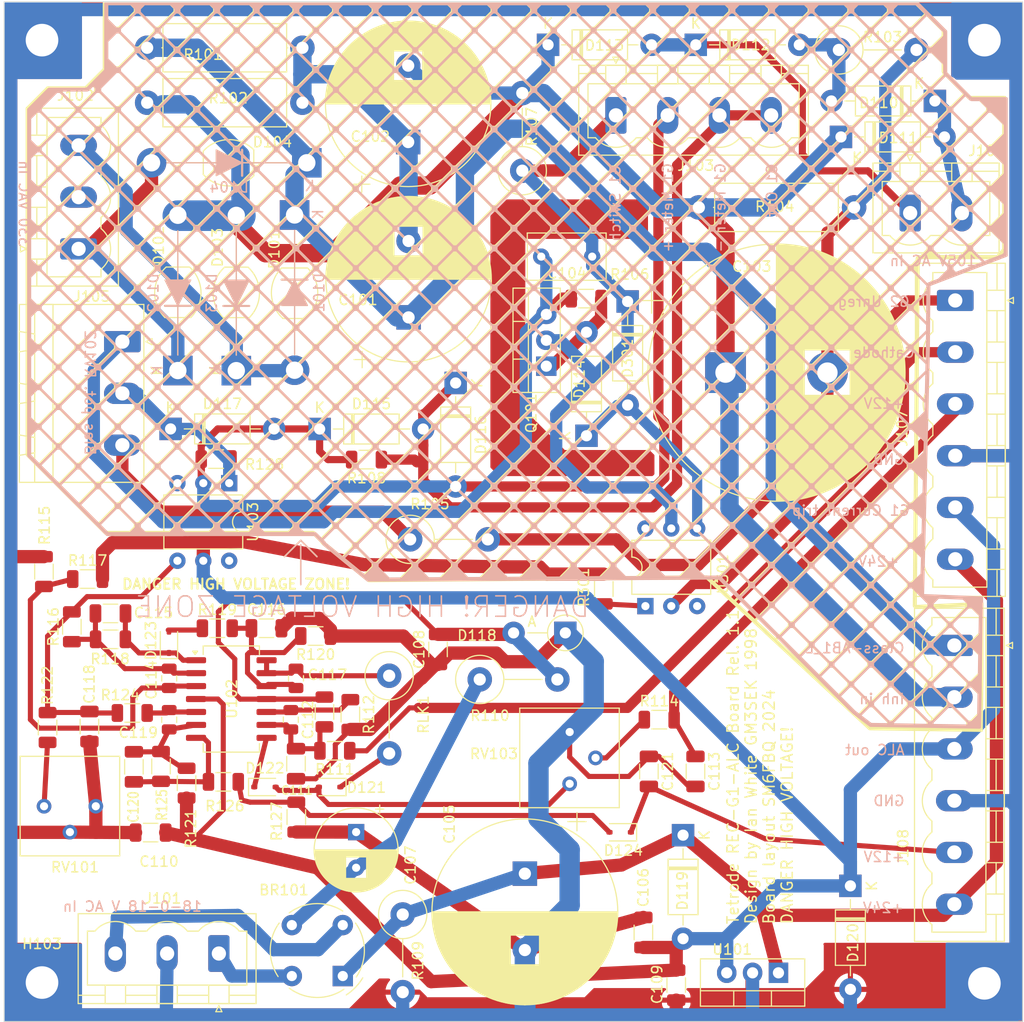
<source format=kicad_pcb>
(kicad_pcb (version 20240108) (generator "pcbnew") (generator_version "8.0")
  (layers (0 "F.Cu" signal) (31 "B.Cu" signal) (34 "B.Paste" user) (35 "F.Paste" user) (36 "B.SilkS" user "B.Silkscreen") (37 "F.SilkS" user "F.Silkscreen") (38 "B.Mask" user) (39 "F.Mask" user) (44 "Edge.Cuts" user))
  (net 0 "")
  (net 1 "+24V")
  (net 2 "/18 VAC -")
  (net 3 "Net-(BR101--)")
  (net 4 "/18 VAC +")
  (net 5 "/G2-Unreg")
  (net 6 "Net-(C101-Pad2)")
  (net 7 "/Cathode")
  (net 8 "Net-(C103-Pad2)")
  (net 9 "/G1 Switch")
  (net 10 "/G1 current trip")
  (net 11 "GNDPWR")
  (net 12 "-12V")
  (net 13 "+12V")
  (net 14 "/RV102 Cold")
  (net 15 "Net-(U102C-+)")
  (net 16 "ALC Out")
  (net 17 "Net-(U102A-+)")
  (net 18 "Net-(U102A--)")
  (net 19 "Net-(D123-K)")
  (net 20 "Net-(U102D-+)")
  (net 21 "Net-(U102D--)")
  (net 22 "Net-(C118-Pad1)")
  (net 23 "Net-(U102B-+)")
  (net 24 "Net-(U102B--)")
  (net 25 "Net-(C120-Pad2)")
  (net 26 "Net-(U102C--)")
  (net 27 "/330VAC -")
  (net 28 "Net-(D114-A)")
  (net 29 "/330VAC +")
  (net 30 "Net-(D110-A)")
  (net 31 "/105 VAC -")
  (net 32 "/105 VAC +")
  (net 33 "/G1 meter +")
  (net 34 "/G1 meter -")
  (net 35 "Net-(D124-A)")
  (net 36 "Net-(D121-K)")
  (net 37 "Net-(D121-A)")
  (net 38 "Net-(D122-K)")
  (net 39 "Net-(D123-A)")
  (net 41 "Net-(D114-K)")
  (net 42 "INH IN")
  (net 43 "Net-(R114-Pad1)")
  (net 44 "Net-(R122-Pad2)")
  (net 47 "/RV102 MID")
  (net 48 "/RV102 HOT")
  (net 49 "Class AB1_L")
  (net 50 "Net-(R301-Pad2)")
  (footprint "Capacitor_SMD:C_0805_2012Metric" (layer "F.Cu") (at 66.234 91.389367 90)
    (property "Reference" "C114")
    (property "Value" "33p")
  )
  (footprint "Resistor_SMD:R_1206_3216Metric" (layer "F.Cu") (at 65.43 100.0355 -90)
    (property "Reference" "R125")
    (property "Value" "470k")
  )
  (footprint "Package_SO:SO-14_5.3x10.2mm_P1.27mm" (layer "F.Cu") (at 72.33 93.421367)
    (property "Reference" "U102")
    (property "Value" "LM324")
  )
  (footprint "Resistor_SMD:R_1206_3216Metric" (layer "F.Cu") (at 70.84 69.87)
    (property "Reference" "R128")
    (property "Value" "1k5")
  )
  (footprint "Capacitor_THT:CP_Radial_D18.0mm_P7.50mm" (layer "F.Cu") (at 101.1428 110.5592 -90)
    (property "Reference" "C105")
    (property "Value" "4m7 35V")
  )
  (footprint "Resistor_SMD:R_1206_3216Metric" (layer "F.Cu") (at 58.226 81.645367)
    (property "Reference" "R117")
    (property "Value" "470k")
  )
  (footprint "Connector_Phoenix_MSTB:PhoenixContact_MSTBVA_2,5_6-G-5,08_1x06_P5.08mm_Vertical" (layer "F.Cu") (at 143.3875 54.3 -90)
    (property "Reference" "J107")
    (property "Value" "Conn_01x05_Pin")
  )
  (footprint "Diode_THT:D_DO-41_SOD81_P10.16mm_Horizontal" (layer "F.Cu") (at 111.23 54.4 -90)
    (property "Reference" "D301")
    (property "Value" "1N5365 36V")
  )
  (footprint "Resistor_THT:R_Axial_DIN0414_L11.9mm_D4.5mm_P7.62mm_Vertical" (layer "F.Cu") (at 87.824 91.135367 -90)
    (property "Reference" "RLK1")
    (property "Value" "0R")
  )
  (footprint "Connector_Phoenix_MSTB:PhoenixContact_MSTBA_2,5_3-G-5,08_1x03_P5.08mm_Horizontal" (layer "F.Cu") (at 61.6387 58.3438 -90)
    (property "Reference" "J105")
    (property "Value" "Conn_01x03_Pin" (hide yes))
  )
  (footprint "Resistor_SMD:R_1206_3216Metric" (layer "F.Cu") (at 84.014 94.945367 -90)
    (property "Reference" "R112")
    (property "Value" "10k")
  )
  (footprint "Resistor_SMD:R_1206_3216Metric" (layer "F.Cu") (at 67.94 101.68 90)
    (property "Reference" "R121")
    (property "Value" "10k")
  )
  (footprint "MountingHole:MountingHole_3.2mm_M3_DIN965_Pad" (layer "F.Cu") (at 146.25 121.326)
    (property "Reference" "H104" (hide yes))
    (property "Value" "MountingHole_Pad" (hide yes))
  )
  (footprint "Package_TO_SOT_THT:TO-220-3_Vertical_Cooler" (layer "F.Cu") (at 126.0348 120.2944 180)
    (property "Reference" "U101")
    (property "Value" "LM7812_TO220")
  )
  (footprint "Resistor_SMD:R_1206_3216Metric" (layer "F.Cu") (at 56.68 86.329867 90)
    (property "Reference" "R116")
    (property "Value" "10k")
  )
  (footprint "Package_DIP:DIP-6_W7.62mm" (layer "F.Cu") (at 112.975 84.3 90)
    (property "Reference" "U301")
    (property "Value" "CNY17-4")
  )
  (footprint "Capacitor_SMD:C_1206_3216Metric" (layer "F.Cu") (at 112.776 116.332 90)
    (property "Reference" "C106")
    (property "Value" "100n")
  )
  (footprint "Connector_Phoenix_MSTB:PhoenixContact_MSTBVA_2,5_6-G-5,08_1x06_P5.08mm_Vertical" (layer "F.Cu") (at 143.2975 88.16 -90)
    (property "Reference" "J108")
    (property "Value" "G2 Control board interconnect")
  )
  (footprint "Diode_SMD:D_SOD-323" (layer "F.Cu") (at 75.632 102.057367)
    (property "Reference" "D122")
    (property "Value" "1N4148WS")
  )
  (footprint "Diode_THT_AKL:D_SOD-64_P15.24mm_big_holes_Horizontal" (layer "F.Cu") (at 72.807 61.24 90)
    (property "Reference" "D103")
    (property "Value" "BY228")
  )
  (footprint "Diode_THT:D_DO-41_SOD81_P10.16mm_Horizontal" (layer "F.Cu") (at 133.096 111.76 -90)
    (property "Reference" "D120")
    (property "Value" "1N4007")
  )
  (footprint "Diode_SMD:D_SOD-323" (layer "F.Cu") (at 110.5 106.5 180)
    (property "Reference" "D124")
    (property "Value" "1N4148WS")
  )
  (footprint "Resistor_SMD:R_1206_3216Metric" (layer "F.Cu") (at 114.333476 95.4465)
    (property "Reference" "R114")
    (property "Value" "100R")
  )
  (footprint "Capacitor_THT:CP_Radial_D25.0mm_P10.00mm_SnapIn" (layer "F.Cu") (at 120.839775 61.384316)
    (property "Reference" "C103")
    (property "Value" "220u 200V")
  )
  (footprint "Resistor_THT:R_Axial_DIN0414_L11.9mm_D4.5mm_P7.62mm_Vertical" (layer "F.Cu") (at 131.965 29.71)
    (property "Reference" "R103")
    (property "Value" "1k5 2W")
  )
  (footprint "Resistor_SMD:R_1206_3216Metric" (layer "F.Cu") (at 80.606 87.237367 180)
    (property "Reference" "R120")
    (property "Value" "1M0")
  )
  (footprint "MountingHole:MountingHole_3.2mm_M3_DIN965_Pad" (layer "F.Cu") (at 53.75 121.25)
    (property "Reference" "H103")
    (property "Value" "MountingHole_Pad" (hide yes))
  )
  (footprint "Capacitor_SMD:C_0805_2012Metric" (layer "F.Cu") (at 78.172 95.453367 -90)
    (property "Reference" "C112")
    (property "Value" "33p")
  )
  (footprint "Diode_THT:D_DO-41_SOD81_P10.16mm_Horizontal" (layer "F.Cu") (at 141.39 34.72 180)
    (property "Reference" "D110")
    (property "Value" "1N4007")
  )
  (footprint "Connector_Phoenix_MSTB:PhoenixContact_MSTBVA_2,5_4-G-5,08_1x04_P5.08mm_Vertical" (layer "F.Cu") (at 110.08 36.13)
    (property "Reference" "J103")
    (property "Value" "G1 connections")
  )
  (footprint "Diode_THT:D_DO-41_SOD81_P10.16mm_Horizontal" (layer "F.Cu") (at 116.669476 106.783 -90)
    (property "Reference" "D119")
    (property "Value" "1N4007")
  )
  (footprint "Package_DIP:DIP-6_W7.62mm" (layer "F.Cu") (at 72.121 72.2295 -90)
    (property "Reference" "U103")
    (property "Value" "CNY17-4")
  )
  (footprint "Resistor_SMD:R_1206_3216Metric" (layer "F.Cu") (at 60.47 87.559867)
    (property "Reference" "R118")
    (property "Value" "470k")
  )
  (footprint "Diode_THT:D_DO-41_SOD81_P5.08mm_Vertical_AnodeUp" (layer "F.Cu") (at 105.116182 86.928 180)
    (property "Reference" "D118")
    (property "Value" "BZX55C12V")
  )
  (footprint "Diode_SMD:D_SOD-323" (layer "F.Cu") (at 81.982 102.057367 180)
    (property "Reference" "D121")
    (property "Value" "1N4148WS" (hide yes))
  )
  (footprint "Diode_SMD:D_SOD-323" (layer "F.Cu") (at 66.21 87.849867 90)
    (property "Reference" "D123")
    (property "Value" "1N4148WS")
  )
  (footprint "Diode_THT:D_DO-41_SOD81_P10.16mm_Horizontal" (layer "F.Cu") (at 132.17 38.25)
    (property "Reference" "D111")
    (property "Value" "1N4007")
  )
  (footprint "Resistor_SMD:R_1206_3216Metric" (layer "F.Cu") (at 107.16 54.12 180)
    (property "Reference" "R106")
    (property "Value" "470R")
  )
  (footprint "Resistor_THT:R_Axial_DIN0414_L11.9mm_D4.5mm_P7.62mm_Vertical" (layer "F.Cu") (at 96.715 91.5)
    (property "Reference" "R110")
    (property "Value" "470R 1W")
  )
  (footprint "Diode_THT_AKL:D_SOD-64_P15.24mm_big_holes_Horizontal" (layer "F.Cu") (at 79.79 40.8 180)
    (property "Reference" "D104")
    (property "Value" "BY228")
  )
  (footprint "Capacitor_SMD:C_1206_3216Metric" (layer "F.Cu") (at 62.77 100.075 -90)
    (property "Reference" "C120")
    (property "Value" "100n")
  )
  (footprint "Resistor_THT:R_Axial_DIN0414_L11.9mm_D4.5mm_P15.24mm_Horizontal" (layer "F.Cu") (at 64.07 29.5)
    (property "Reference" "R101")
    (property "Value" "100k 2W")
  )
  (footprint "Resistor_SMD:R_1206_3216Metric" (layer "F.Cu") (at 82.49 98.501367 180)
    (property "Reference" "R111")
    (property "Value" "10k")
  )
  (footprint "Diode_THT:D_DO-41_SOD81_P10.16mm_Horizontal" (layer "F.Cu") (at 107.193376 67.58 90)
    (property "Reference" "D114")
    (property "Value" "BZX85C56")
  )
  (footprint "Capacitor_SMD:C_1206_3216Metric" (layer "F.Cu") (at 58.404896 96.121428 -90)
    (property "Reference" "C118")
    (property "Value" "100n")
  )
  (footprint "Resistor_THT:R_Axial_DIN0414_L11.9mm_D4.5mm_P7.62mm_Vertical" (layer "F.Cu") (at 89.885 77.75)
    (property "Reference" "R105")
    (property "Value" "3k3 2W")
  )
  (footprint "Diode_THT:D_DO-41_SOD81_P10.16mm_Horizontal" (layer "F.Cu") (at 117.92 29.21)
    (property "Reference" "D112")
    (property "Value" "1N4007")
  )
  (footprint "Capacitor_THT:C_Disc_D7.5mm_W4.4mm_P5.00mm" (layer "F.Cu") (at 107.75 50 180)
    (property "Reference" "C104")
    (property "Value" "100n 100V" (hide yes))
  )
  (footprint "Capacitor_SMD:C_1206_3216Metric" (layer "F.Cu") (at 113.317476 100.5265 -90)
    (property "Reference" "C121")
    (property "Value" "100n")
  )
  (footprint "Capacitor_SMD:C_1206_3216Metric" (layer "F.Cu") (at 116 121.5 -90)
    (property "Reference" "C109")
    (property "Value" "100n")
  )
  (footprint "Diode_THT:D_DO-41_SOD81_P10.16mm_Horizontal" (layer "F.Cu") (at 81 66.92)
    (property "Reference" "D115")
    (property "Value" "1N4007")
  )
  (footprint "Resistor_SMD:R_1206_3216Metric" (layer "F.Cu") (at 71.55 101.549867)
    (property "Reference" "R126")
    (property "Value" "100k")
  )
  (footprint "Connector_Phoenix_MSTB:PhoenixContact_MSTBVA_2,5_3-G-5,08_1x03_P5.08mm_Vertical" (layer "F.Cu") (at 57.34 49.24 90)
    (property "Reference" "J102")
    (property "Value" "330 VAC In" (hide yes))
  )
  (footprint "Resistor_SMD:R_1206_3216Metric" (layer "F.Cu") (at 53.94 80.909867 -90)
    (property "Reference" "R115")
    (property "Value" "10k")
  )
  (footprint "Capacitor_SMD:C_1206_3216Metric" (layer "F.Cu") (at 75.78 86.475367)
    (property "Reference" "C116")
    (property "Value" "1u0")
  )
  (footprint "Resistor_THT:R_Axial_DIN0414_L11.9mm_D4.5mm_P15.24mm_Horizontal" (layer "F.Cu") (at 79.31 34.89 180)
    (property "Reference" "R102")
    (property "Value" "100k 2W")
  )
  (footprint "Capacitor_SMD:C_1206_3216Metric" (layer "F.Cu") (at 117.889476 100.5265 -90)
    (property "Reference" "C113")
    (property "Value" "100n")
  )
  (footprint "Capacitor_THT:CP_Radial_D16.0mm_P7.50mm" (layer "F.Cu") (at 89.73 55.962755 90)
    (property "Reference" "C101")
    (property "Value" "100u 350V" (hide yes))
  )
  (footprint "Connector_Phoenix_MSTB:PhoenixContact_MSTBVA_2,5_2-G-5,08_1x02_P5.08mm_Vertical" (layer "F.Cu") (at 138.96 45.7225)
    (property "Reference" "J104")
    (property "Value" "105VAC in")
  )
  (footprint "Resistor_THT:R_Axial_DIN0414_L11.9mm_D4.5mm_P7.62mm_Vertical" (layer "F.Cu") (at 100.89 41.565 90)
    (property "Reference" "R107")
    (property "Value" "4k7 2W" (hide yes))
  )
  (footprint "Capacitor_SMD:C_1206_3216Metric" (layer "F.Cu") (at 92.62 88.55 90)
    (property "Reference" "C108")
    (property "Value" "100n")
  )
  (footprint "Resistor_THT:R_Axial_DIN0414_L11.9mm_D4.5mm_P15.24mm_Horizontal" (layer "F.Cu") (at 118.22 45.17)
    (property "Reference" "R104")
    (property "Value" "100k 2W")
  )
  (footprint "Diode_THT:Diode_Bridge_Round_D9.0mm" (layer "F.Cu") (at 83.272 120.61 180)
    (property "Reference" "BR101")
    (property "Value" "2W06")
  )
  (footprint "Diode_THT:D_DO-41_SOD81_P10.16mm_Horizontal" (layer "F.Cu") (at 103.42 29.21)
    (property "Reference" "D113")
    (property "Value" "1N4007")
  )
  (footprint "Capacitor_THT:CP_Radial_D16.0mm_P7.50mm" (layer "F.Cu") (at 89.69 38.752755 90)
    (property "Reference" "C102")
    (property "Value" "100u 350V")
  )
  (footprint "Potentiometer_THT:Potentiometer_Bourns_3386P_Vertical" (layer "F.Cu") (at 105.540476 101.74)
    (property "Reference" "RV103")
    (property "Value" "10k")
  )
  (footprint "Capacitor_SMD:C_0805_2012Metric" (layer "F.Cu") (at 78.68 91.389367 90)
    (property "Reference" "C117")
    (property "Value" "33p")
  )
  (footprint "Diode_THT_AKL:D_SOD-64_P15.24mm_big_holes_Horizontal" (layer "F.Cu") (at 78.553 45.86 -90)
    (property "Reference" "D101")
    (property "Value" "BY228")
  )
  (footprint "Capacitor_SMD:C_1206_3216Metric" (layer "F.Cu") (at 78.68 99.771367 -90)
    (property "Reference" "C111")
    (property "Value" "100n" (hide yes))
  )
  (footprint "MountingHole:MountingHole_3.2mm_M3_DIN965_Pad" (layer "F.Cu") (at 146.25 28.75)
    (property "Reference" "H101" (hide yes))
    (property "Value" "MountingHole_Pad" (hide yes))
  )
  (footprint "Capacitor_THT:CP_Radial_D8.0mm_P3.50mm" (layer "F.Cu") (at 84.582 106.482 -90)
    (property "Reference" "C107")
    (property "Value" "100u 35V")
  )
  (footprint "Capacitor_SMD:C_1206_3216Metric" (layer "F.Cu") (at 60.47 85.019867)
    (property "Reference" "C115")
    (property "Value" "100n")
  )
  (footprint "Potentiometer_THT:Potentiometer_Bourns_3386P_Vertical" (layer "F.Cu") (at 53.95 103.945 -90)
    (property "Reference" "RV101")
    (property "Value" "1k")
  )
  (footprint "Resistor_SMD:R_1206_3216Metric" (layer "F.Cu") (at 108.89 82.62 -90)
    (property "Reference" "R301")
    (property "Value" "270R")
  )
  (footprint "Resistor_SMD:R_1206_3216Metric" (layer "F.Cu") (at 70.954 86.475367)
    (property "Reference" "R119")
    (property "Value" "2k7")
  )
  (footprint "Resistor_SMD:R_1206_3216Metric" (layer "F.Cu") (at 85.6 69.92 180)
    (property "Reference" "R108")
    (property "Value" "1k5")
  )
  (footprint "Package_TO_SOT_THT:TO-220-3_Vertical_Cooler" (layer "F.Cu") (at 103.25 60.75 90)
    (property "Reference" "Q101")
    (property "Value" "TIP122")
  )
  (footprint "MountingHole:MountingHole_3.2mm_M3_DIN965_Pad" (layer "F.Cu") (at 53.75 28.75)
    (property "Reference" "H102" (hide yes))
    (property "Value" "MountingHole_Pad" (hide yes))
  )
  (footprint "Capacitor_SMD:C_1206_3216Metric" (layer "F.Cu") (at 64.41 106.53 180)
    (property "Reference" "C110")
    (property "Value" "100n")
  )
  (footprint "Resistor_SMD:R_1206_3216Metric" (layer "F.Cu") (at 78.71 105.009867 90)
    (property "Reference" "R127")
    (property "Value" "33k")
  )
  (footprint "Connector_Phoenix_MSTB:PhoenixContact_MSTBVA_2,5_3-G-5,08_1x03_P5.08mm_Vertical" (layer "F.Cu") (at 71.11 118.4 180)
    (property "Reference" "J101")
    (property "Value" "Conn_01x03_Pin")
  )
  (footprint "Diode_THT:D_DO-41_SOD81_P10.16mm_Horizontal" (layer "F.Cu") (at 66.37 66.91)
    (property "Reference" "D117")
    (property "Value" "1N4007")
  )
  (footprint "Resistor_SMD:R_1206_3216Metric" (layer "F.Cu") (at 81.474 94.691367 -90)
    (property "Reference" "R113" (hide yes))
    (property "Value" "100k")
  )
  (footprint "Diode_THT_AKL:D_SOD-64_P15.24mm_big_holes_Horizontal" (layer "F.Cu") (at 67.07 61.23 90)
    (property "Reference" "D102")
    (property "Value" "BY228")
  )
  (footprint "Resistor_THT:R_Axial_DIN0414_L11.9mm_D4.5mm_P7.62mm_Vertical" (layer "F.Cu") (at 89.154 114.571 -90)
    (property "Reference" "R109")
    (property "Value" "4k7 2W")
  )
  (footprint "Diode_THT:D_DO-41_SOD81_P10.16mm_Horizontal" (layer "F.Cu") (at 94.35 62.4 -90)
    (property "Reference" "D116")
    (property "Value" "1N4007")
  )
  (footprint "Resistor_SMD:R_1206_3216Metric" (layer "F.Cu") (at 62.61 94.789867)
    (property "Reference" "R124")
    (property "Value" "10k")
  )
  (footprint "Capacitor_SMD:C_0805_2012Metric" (layer "F.Cu") (at 66.234 95.453367 -90)
    (property "Reference" "C119")
    (property "Value" "33p")
  )
  (footprint "Resistor_SMD:R_1206_3216Metric" (layer "F.Cu") (at 54.296 96.215367 -90)
    (property "Reference" "R122")
    (property "Value" "470R")
  )
  (gr_line (start 80.74 79.44) (end 79.15 77.85) (stroke (width 0.15)) (layer "B.SilkS"))
  (gr_line (start 79.15 82.19) (end 79.15 78.3) (stroke (width 0.15)) (layer "B.SilkS"))
  (gr_line (start 79.15 77.85) (end 77.55 79.45) (stroke (width 0.15)) (layer "B.SilkS"))
  (gr_line (start 79.14 77.85) (end 77.54 79.45) (stroke (width 0.15)) (layer "F.SilkS"))
  (gr_line (start 110.17 52.46) (end 108.84 53.79) (stroke (width 0.15)) (layer "F.SilkS"))
  (gr_line (start 79.14 82.19) (end 79.14 78.3) (stroke (width 0.15)) (layer "F.SilkS"))
  (gr_line (start 80.73 79.44) (end 79.14 77.85) (stroke (width 0.15)) (layer "F.SilkS"))
  (gr_rect (start 50.034 25) (end 150 125.076) (stroke (width 0.1)) (fill none) (layer "Edge.Cuts"))
  (gr_text "+12V" (at 138.5 65 0) (layer "B.SilkS") (effects (font (size 1 1)) (justify left bottom mirror)))
  (gr_text "GND" (at 138.5 70.5 0) (layer "B.SilkS") (effects (font (size 1 1)) (justify left bottom mirror)))
  (gr_text "+24V" (at 138.43 114.5 0) (layer "B.SilkS") (effects (font (size 1 1)) (justify left bottom mirror)))
  (gr_text "G1 Meter -" (at 120.91 40.72 90) (layer "B.SilkS") (effects (font (size 1 1)) (justify left bottom mirror)))
  (gr_text "Cathode" (at 139.5 60 0) (layer "B.SilkS") (effects (font (size 1 1)) (justify left bottom mirror)))
  (gr_text "+12V" (at 138.5 109.5 0) (layer "B.SilkS") (effects (font (size 1 1)) (justify left bottom mirror)))
  (gr_text "ALC out" (at 138.5 99 0) (layer "B.SilkS") (effects (font (size 1 1)) (justify left bottom mirror)))
  (gr_text "18-0-18 V AC In" (at 69.52 114.37 0) (layer "B.SilkS") (effects (font (size 1 1)) (justify left bottom mirror)))
  (gr_text "Bias pot. RV102" (at 57.87 69.59 270) (layer "B.SilkS") (effects (font (size 1 1)) (justify left bottom mirror)))
  (gr_text "330 VAC In" (at 51.38 49.13 -90) (layer "B.SilkS") (effects (font (size 1 1)) (justify left bottom mirror)))
  (gr_text "G1 Switch" (at 110.61 40.9 90) (layer "B.SilkS") (effects (font (size 1 1)) (justify left bottom mirror)))
  (gr_text "105V AC In" (at 145.542 51 0) (layer "B.SilkS") (effects (font (size 1 1)) (justify left bottom mirror)))
  (gr_text "Inh in" (at 138.5 94 0) (layer "B.SilkS") (effects (font (size 1 1)) (justify left bottom mirror)))
  (gr_text "G1 Out" (at 125.98 40.77 90) (layer "B.SilkS") (effects (font (size 1 1)) (justify left bottom mirror)))
  (gr_text "G1 Current trip" (at 139 75.5 0) (layer "B.SilkS") (effects (font (size 1 1)) (justify left bottom mirror)))
  (gr_text "DANGER! HIGH VOLTAGE ZONE" (at 107.62 85.55 0) (layer "B.SilkS") (effects (font (size 2 2)) (justify left bottom mirror)))
  (gr_text "+24V" (at 137.96 80.5 0) (layer "B.SilkS") (effects (font (size 1 1)) (justify left bottom mirror)))
  (gr_text "Class-AB1_L" (at 138.5 89 0) (layer "B.SilkS") (effects (font (size 1 1)) (justify left bottom mirror)))
  (gr_text "G2 Unreg" (at 139 55 0) (layer "B.SilkS") (effects (font (size 1 1)) (justify left bottom mirror)))
  (gr_text "GND" (at 138.5 104 0) (layer "B.SilkS") (effects (font (size 1 1)) (justify left bottom mirror)))
  (gr_text "G1 Meter +" (at 115.76 40.72 90) (layer "B.SilkS") (effects (font (size 1 1)) (justify left bottom mirror)))
  (gr_text "Tetrode REC-G1-ALC Board Rel. 1.1\nDesign by Ian White GM3SEK 1998\nBoard layout SM6FBQ 2024\nDANGER HIGH VOLTAGE!" (at 127.53 115.62 90) (layer "F.SilkS") (effects (font (size 1.1 1.1)) (justify left bottom)))
  (gr_text "DANGER HIGH VOLTAGE ZONE!" (at 61.5 82.73 0) (layer "F.SilkS") (effects (font (size 1 1) (thickness 0.2) (bold yes)) (justify left bottom)))
  (segment (start 143.2975 113.56) (end 142.2075 114.65) (width 1.3) (layer "F.Cu") (net 1))
  (segment (start 147.43 83.7425) (end 147.43 109.4275) (width 1.3) (layer "F.Cu") (net 1))
  (segment (start 116.669476 106.783) (end 110.62 109.71) (width 1.3) (layer "F.Cu") (net 1))
  (segment (start 124.15 113.06) (end 124.564247 114.65) (width 1.3) (layer "F.Cu") (net 1))
  (segment (start 147.43 109.4275) (end 143.2975 113.56) (width 1.3) (layer "F.Cu") (net 1))
  (segment (start 143.3875 79.7) (end 147.43 83.7425) (width 1.3) (layer "F.Cu") (net 1))
  (segment (start 142.2075 114.65) (end 124.564247 114.65) (width 1.3) (layer "F.Cu") (net 1))
  (segment (start 116.669476 106.783) (end 124.15 113.06) (width 1.3) (layer "F.Cu") (net 1))
  (segment (start 110.62 109.71) (end 101.1428 110.5592) (width 1.3) (layer "F.Cu") (net 1))
  (segment (start 124.564247 114.65) (end 126.0348 120.2944) (width 1.3) (layer "F.Cu") (net 1))
  (segment (start 89.154 114.571) (end 101.1428 110.5592) (width 1.3) (layer "B.Cu") (net 1))
  (segment (start 89.154 114.728) (end 83.272 120.61) (width 1.3) (layer "B.Cu") (net 1))
  (segment (start 61.15 114.83) (end 60.95 118.4) (width 1.3) (layer "B.Cu") (net 2))
  (segment (start 76.48 118.02) (end 80.862 118.02) (width 1.3) (layer "B.Cu") (net 2))
  (segment (start 61.15 114.83) (end 72.95 114.66) (width 1.3) (layer "B.Cu") (net 2))
  (segment (start 80.862 118.02) (end 83.272 115.61) (width 1.3) (layer "B.Cu") (net 2))
  (segment (start 74.7 116.24) (end 72.95 114.66) (width 1.3) (layer "B.Cu") (net 2))
  (segment (start 74.7 116.24) (end 76.48 118.02) (width 1.3) (layer "B.Cu") (net 2))
  (segment (start 84.582 109.982) (end 88.48 107.36) (width 1.3) (layer "B.Cu") (net 3))
  (segment (start 88.48 107.36) (end 96.715 91.5) (width 1.3) (layer "B.Cu") (net 3))
  (segment (start 84.582 109.982) (end 78.272 115.61) (width 1.3) (layer "B.Cu") (net 3))
  (segment (start 78.272 120.61) (end 72.3895 120.61) (width 1.3) (layer "B.Cu") (net 4))
  (segment (start 72.3895 120.61) (end 71.11 118.4) (width 1.3) (layer "B.Cu") (net 4))
  (segment (start 78.54 41.987) (end 79.74 40.787) (width 1.8) (layer "B.Cu") (net 5))
  (segment (start 78.54 45.91) (end 78.54 41.987) (width 1.8) (layer "B.Cu") (net 5))
  (segment (start 101.915 37.445) (end 114 49.53) (width 1.8) (layer "B.Cu") (net 5))
  (segment (start 99.440252 37.445) (end 101.915 37.445) (width 1.8) (layer "B.Cu") (net 5))
  (segment (start 118.92 49.53) (end 125.67 56.28) (width 1.8) (layer "B.Cu") (net 5))
  (segment (start 89.73 55.962755) (end 88.592755 55.962755) (width 1.8) (layer "B.Cu") (net 5))
  (segment (start 114 49.53) (end 118.92 49.53) (width 1.8) (layer "B.Cu") (net 5))
  (segment (start 88.592755 55.962755) (end 78.54 45.91) (width 1.8) (layer "B.Cu") (net 5))
  (segment (start 140.68 88.16) (end 143.2975 88.16) (width 1.8) (layer "B.Cu") (net 5))
  (segment (start 79.74 40.269748) (end 68.970252 29.5) (width 1.8) (layer "B.Cu") (net 5))
  (segment (start 125.67 56.28) (end 125.67 73.15) (width 1.8) (layer "B.Cu") (net 5))
  (segment (start 95.26 50.432755) (end 95.26 41.625252) (width 1.8) (layer "B.Cu") (net 5))
  (segment (start 95.26 41.625252) (end 99.440252 37.445) (width 1.8) (layer "B.Cu") (net 5))
  (segment (start 125.67 73.15) (end 140.68 88.16) (width 1.8) (layer "B.Cu") (net 5))
  (segment (start 68.970252 29.5) (end 64.07 29.5) (width 1.8) (layer "B.Cu") (net 5))
  (segment (start 89.73 55.962755) (end 95.26 50.432755) (width 1.8) (layer "B.Cu") (net 5))
  (segment (start 83.037245 32.1) (end 79.31 32.1) (width 1.8) (layer "B.Cu") (net 6))
  (segment (start 89.69 38.752755) (end 83.037245 32.1) (width 1.8) (layer "B.Cu") (net 6))
  (segment (start 79.31 34.89) (end 79.31 32.1) (width 1.8) (layer "B.Cu") (net 6))
  (segment (start 79.31 32.1) (end 79.31 29.5) (width 1.8) (layer "B.Cu") (net 6))
  (segment (start 89.73 48.462755) (end 89.73 38.792755) (width 1.8) (layer "B.Cu") (net 6))
  (segment (start 91.815 43.02) (end 88.93 43.02) (width 1.8) (layer "F.Cu") (net 7))
  (segment (start 72.82 46.79) (end 72.82 45.95) (width 1.8) (layer "F.Cu") (net 7))
  (segment (start 120.839775 47.789775) (end 118.22 45.17) (width 1.8) (layer "F.Cu") (net 7))
  (segment (start 100.89 33.945) (end 91.815 43.02) (width 1.8) (layer "F.Cu") (net 7))
  (segment (start 73.23 47.2) (end 73.23 45.99) (width 1.8) (layer "F.Cu") (net 7))
  (segment (start 75.69 49.66) (end 72.82 46.79) (width 1.8) (layer "F.Cu") (net 7))
  (segment (start 82.29 49.66) (end 75.69 49.66) (width 1.8) (layer "F.Cu") (net 7))
  (segment (start 120.839775 61.384316) (end 120.839775 47.789775) (width 1.8) (layer "F.Cu") (net 7))
  (segment (start 88.93 43.02) (end 82.29 49.66) (width 1.8) (layer "F.Cu") (net 7))
  (segment (start 73.23 45.99) (end 73.23 40.04) (width 1.8) (layer "B.Cu") (net 7))
  (segment (start 125.25 45.17) (end 132.17 38.25) (width 1.8) (layer "B.Cu") (net 7))
  (segment (start 100.89 33.945) (end 92.382245 33.945) (width 1.3) (layer "B.Cu") (net 7))
  (segment (start 143.2975 93.24) (end 139.76 93.24) (width 1.8) (layer "B.Cu") (net 7))
  (segment (start 114.2971 45.301616) (end 102.940484 33.945) (width 1.8) (layer "B.Cu") (net 7))
  (segment (start 67.08 45.98) (end 73.22 45.98) (width 3) (layer "B.Cu") (net 7))
  (segment (start 114.428716 45.17) (end 118.22 45.17) (width 1.8) (layer "B.Cu") (net 7))
  (segment (start 68.24 35.05) (end 65.56 35.05) (width 1.8) (layer "B.Cu") (net 7))
  (segment (start 121.23 74.71) (end 121.23 61.774541) (width 1.8) (layer "B.Cu") (net 7))
  (segment (start 103.42 31.415) (end 100.89 33.945) (width 1.3) (layer "B.Cu") (net 7))
  (segment (start 139.76 93.24) (end 121.23 74.71) (width 1.8) (layer "B.Cu") (net 7))
  (segment (start 118.22 45.17) (end 125.25 45.17) (width 1.8) (layer "B.Cu") (net 7))
  (segment (start 114.2971 45.301616) (end 114.428716 45.17) (width 1.8) (layer "B.Cu") (net 7))
  (segment (start 103.42 29.21) (end 103.42 31.415) (width 1.3) (layer "B.Cu") (net 7))
  (segment (start 102.940484 33.945) (end 100.89 33.945) (width 1.8) (layer "B.Cu") (net 7))
  (segment (start 92.382245 33.945) (end 89.69 31.252755) (width 1.3) (layer "B.Cu") (net 7))
  (segment (start 73.23 40.04) (end 68.24 35.05) (width 1.8) (layer "B.Cu") (net 7))
  (segment (start 97.505 77.75) (end 110.11 77.75) (width 1.2) (layer "F.Cu") (net 8))
  (segment (start 130.839775 61.384316) (end 130.839775 47.630225) (width 1.2) (layer "F.Cu") (net 8))
  (segment (start 130.839775 67.560225) (end 130.839775 61.384316) (width 1.2) (layer "F.Cu") (net 8))
  (segment (start 130.999775 47.630225) (end 133.46 45.17) (width 1.2) (layer "F.Cu") (net 8))
  (segment (start 110.11 77.75) (end 112.62 80.26) (width 1.2) (layer "F.Cu") (net 8))
  (segment (start 118.14 80.26) (end 130.839775 67.560225) (width 1.2) (layer "F.Cu") (net 8))
  (segment (start 130.839775 47.630225) (end 130.999775 47.630225) (width 1.2) (layer "F.Cu") (net 8))
  (segment (start 112.62 80.26) (end 118.14 80.26) (width 1.2) (layer "F.Cu") (net 8))
  (segment (start 136.52 42.11) (end 133.46 45.17) (width 1.2) (layer "B.Cu") (net 8))
  (segment (start 136.52 32.775) (end 136.52 42.11) (width 1.2) (layer "B.Cu") (net 8))
  (segment (start 139.585 29.71) (end 136.52 32.775) (width 1.2) (layer "B.Cu") (net 8))
  (segment (start 102.9208 41.5374) (end 104.6726 41.5374) (width 1.2) (layer "F.Cu") (net 9))
  (segment (start 104.6726 41.5374) (end 110.08 36.13) (width 1.2) (layer "F.Cu") (net 9))
  (segment (start 102.8932 41.565) (end 100.89 41.565) (width 1.2) (layer "F.Cu") (net 9))
  (segment (start 102.9208 41.5374) (end 102.8932 41.565) (width 1.2) (layer "F.Cu") (net 9))
  (segment (start 111.23 58.48) (end 111.23 54.4) (width 1.2) (layer "B.Cu") (net 9))
  (segment (start 107.515 62.195) (end 107.515 61.125) (width 1.2) (layer "B.Cu") (net 9))
  (segment (start 107.515 61.125) (end 104.6 58.21) (width 1.2) (layer "B.Cu") (net 9))
  (segment (start 107.272632 72.662632) (end 113.762632 72.662632) (width 1.2) (layer "B.Cu") (net 9))
  (segment (start 104.22 69.61) (end 107.272632 72.662632) (width 1.2) (layer "B.Cu") (net 9))
  (segment (start 107.75 50.92) (end 111.23 54.4) (width 1.2) (layer "B.Cu") (net 9))
  (segment (start 104.22 65.49) (end 104.22 69.61) (width 1.2) (layer "B.Cu") (net 9))
  (segment (start 104.6 58.21) (end 103.25 58.21) (width 1.2) (layer "B.Cu") (net 9))
  (segment (start 107.515 62.195) (end 104.22 65.49) (width 1.2) (layer "B.Cu") (net 9))
  (segment (start 107.515 62.195) (end 111.23 58.48) (width 1.2) (layer "B.Cu") (net 9))
  (segment (start 107.75 50) (end 107.75 48.425) (width 1.2) (layer "B.Cu") (net 9))
  (segment (start 107.75 48.425) (end 100.89 41.565) (width 1.2) (layer "B.Cu") (net 9))
  (segment (start 113.762632 72.662632) (end 115.515 74.415) (width 1.2) (layer "B.Cu") (net 9))
  (segment (start 107.75 50) (end 107.75 50.92) (width 1.2) (layer "B.Cu") (net 9))
  (segment (start 115.515 74.415) (end 115.515 76.68) (width 1.2) (layer "B.Cu") (net 9))
  (segment (start 111.55 106.5) (end 113.317476 102.0015) (width 0.5) (layer "F.Cu") (net 10))
  (segment (start 124.73 107.14) (end 143.2975 108.48) (width 0.5) (layer "F.Cu") (net 10))
  (segment (start 113.317476 102.0015) (end 124.73 107.14) (width 0.5) (layer "F.Cu") (net 10))
  (segment (start 56.85 25.65) (end 53.75 28.75) (width 1.3) (layer "F.Cu") (net 11))
  (segment (start 111.348976 101.02) (end 107.44 101.02) (width 0.5) (layer "F.Cu") (net 11))
  (segment (start 113.317476 99.0515) (end 114.293181 99.0515) (width 0.5) (layer "F.Cu") (net 11))
  (segment (start 149.132 124.426) (end 149.35 124.208) (width 1.3) (layer "F.Cu") (net 11))
  (segment (start 143.450001 25.950001) (end 143.15 25.65) (width 1.3) (layer "F.Cu") (net 11))
  (segment (start 85.912 96.407867) (end 84.014 96.407867) (width 1.3) (layer "F.Cu") (net 11))
  (segment (start 105.540476 99.120476) (end 105.540476 96.66) (width 0.5) (layer "F.Cu") (net 11))
  (segment (start 99.187156 89.758) (end 102.286182 89.758) (width 1.3) (layer "F.Cu") (net 11))
  (segment (start 82.54 97.881867) (end 84.014 96.407867) (width 0.5) (layer "F.Cu") (net 11))
  (segment (start 93.735 88.91) (end 98.339156 88.91) (width 1.3) (layer "F.Cu") (net 11))
  (segment (start 50.684 79.502) (end 50.684 31.816) (width 1.3) (layer "F.Cu") (net 11))
  (segment (start 50.738633 79.447367) (end 50.684 79.502) (width 1.3) (layer "F.Cu") (net 11))
  (segment (start 143.3875 69.54) (end 149.24 69.54) (width 1.3) (layer "F.Cu") (net 11))
  (segment (start 56.926 124.426) (end 116 124.426) (width 1.3) (layer "F.Cu") (net 11))
  (segment (start 116 122.975) (end 116 124.426) (width 1.3) (layer "F.Cu") (net 11))
  (segment (start 50.684 118.184) (end 51.876167 119.376167) (width 1.3) (layer "F.Cu") (net 11))
  (segment (start 78.3325 85.512367) (end 78.3 85.479867) (width 1.3) (layer "F.Cu") (net 11))
  (segment (start 58.404896 97.596428) (end 59.03 103.945) (width 1.3) (layer "F.Cu") (net 11))
  (segment (start 146.25 123) (end 144.824 124.426) (width 1.3) (layer "F.Cu") (net 11))
  (segment (start 123.444 121.063) (end 123.444 124.301) (width 1.3) (layer "F.Cu") (net 11))
  (segment (start 143.746002 25.654) (end 143.450001 25.950001) (width 1.3) (layer "F.Cu") (net 11))
  (segment (start 90.93 91.389867) (end 90.996266 91.389867) (width 1.3) (layer "F.Cu") (net 11))
  (segment (start 59.03 103.945) (end 59.04 106.502804) (width 1.3) (layer "F.Cu") (net 11))
  (segment (start 56.926 124.426) (end 53.75 121.25) (width 1.3) (layer "F.Cu") (net 11))
  (segment (start 50.684 106.34) (end 50.684 107) (width 1.3) (layer "F.Cu") (net 11))
  (segment (start 92.62 90.025) (end 93.735 88.91) (width 1.3) (layer "F.Cu") (net 11))
  (segment (start 89.2075 87.237367) (end 92.178133 90.208) (width 1.3) (layer "F.Cu") (net 11))
  (segment (start 59.04 106.502804) (end 62.935 106.53) (width 1.3) (layer "F.Cu") (net 11))
  (segment (start 107.44 101.02) (end 105.540476 99.120476) (width 0.5) (layer "F.Cu") (net 11))
  (segment (start 50.684 107) (end 50.684 118.184) (width 1.3) (layer "F.Cu") (net 11))
  (segment (start 56.23 106.505) (end 50.849 106.505) (width 1.3) (layer "F.Cu") (net 11))
  (segment (start 114.293181 99.0515) (end 117.243181 102.0015) (width 0.5) (layer "F.Cu") (net 11))
  (segment (start 143.875 26.375) (end 143.450001 25.950001) (width 1.3) (layer "F.Cu") (net 11))
  (segment (start 78.218 85.512367) (end 77.255 86.475367) (width 1.3) (layer "F.Cu") (net 11))
  (segment (start 144.824 124.426) (end 149.132 124.426) (width 1.3) (layer "F.Cu") (net 11))
  (segment (start 50.849 106.505) (end 50.684 106.34) (width 1.3) (layer "F.Cu") (net 11))
  (segment (start 50.684 79.502) (end 50.684 106.34) (width 1.3) (layer "F.Cu") (net 11))
  (segment (start 143.15 25.65) (end 56.85 25.65) (width 1.3) (layer "F.Cu") (net 11))
  (segment (start 149.35 69.43) (end 149.35 25.654) (width 1.3) (layer "F.Cu") (net 11))
  (segment (start 82.0685 86.608367) (end 80.9725 85.512367) (width 1.3) (layer "F.Cu") (net 11))
  (segment (start 56.255 106.53) (end 56.23 106.505) (width 1.3) (layer "F.Cu") (net 11))
  (segment (start 113.317476 99.0515) (end 111.348976 101.02) (width 0.5) (layer "F.Cu") (net 11))
  (segment (start 90.996266 91.389867) (end 92.178133 90.208) (width 1.3) (layer "F.Cu") (net 11))
  (segment (start 56.49 106.485) (end 59.04 106.502804) (width 1.3) (layer "F.Cu") (net 11))
  (segment (start 101.1428 118.0592) (end 112.776 114.857) (width 1.3) (layer "F.Cu") (net 11))
  (segment (start 80.603633 101.246367) (end 82.54 99.31) (width 0.5) (layer "F.Cu") (net 11))
  (segment (start 78.3325 85.512367) (end 78.218 85.512367) (width 1.3) (layer "F.Cu") (net 11))
  (segment (start 78.68 101.246367) (end 80.603633 101.246367) (width 0.5) (layer "F.Cu") (net 11))
  (segment (start 146.25 28.75) (end 143.875 26.375) (width 1.3) (layer "F.Cu") (net 11))
  (segment (start 149.35 124.208) (end 149.35 69.43) (width 1.3) (layer "F.Cu") (net 11))
  (segment (start 82.0685 87.237367) (end 89.2075 87.237367) (width 1.3) (layer "F.Cu") (net 11))
  (segment (start 149.24 69.54) (end 149.35 69.43) (width 1.3) (layer "F.Cu") (net 11))
  (segment (start 84.582 106.482) (end 78.71 106.472367) (width 1.3) (layer "F.Cu") (net 11))
  (segment (start 101.1428 118.0592) (end 84.582 106.482) (width 1.3) (layer "F.Cu") (net 11))
  (segment (start 90.93 91.389867) (end 85.912 96.407867) (width 1.3) (layer "F.Cu") (net 11))
  (segment (start 102.286182 89.758) (end 105.116182 86.928) (width 1.3) (layer "F.Cu") (net 11))
  (segment (start 80.9725 85.512367) (end 78.3325 85.512367) (width 1.3) (layer "F.Cu") (net 11))
  (segment (start 50.684 31.816) (end 53.75 28.75) (width 1.3) (layer "F.Cu") (net 11))
  (segment (start 82.54 99.31) (end 82.54 97.881867) (width 0.5) (layer "F.Cu") (net 11))
  (segment (start 149.35 25.654) (end 143.746002 25.654) (width 1.3) (layer "F.Cu") (net 11))
  (segment (start 82.0685 87.237367) (end 82.0685 86.608367) (width 1.3) (layer "F.Cu") (net 11))
  (segment (start 98.339156 88.91) (end 99.187156 89.758) (width 1.3) (layer "F.Cu") (net 11))
  (segment (start 53.94 79.447367) (end 50.738633 79.447367) (width 1.3) (layer "F.Cu") (net 11))
  (segment (start 116 124.426) (end 144.824 124.426) (width 1.3) (layer "F.Cu") (net 11))
  (segment (start 56.926 124.426) (end 65.621 124.426) (width 1.3) (layer "B.Cu") (net 11))
  (segment (start 101.1428 124.426) (end 123.2154 124.426) (width 1.3) (layer "B.Cu") (net 11))
  (segment (start 102.48 105.14) (end 102.48 99.720476) (width 2) (layer "B.Cu") (net 11))
  (segment (start 149.35 124.35) (end 149.35 104) (width 1.3) (layer "B.Cu") (net 11))
  (segment (start 149.35 104) (end 149.35 69.69) (width 1.3) (layer "B.Cu") (net 11))
  (segment (start 105.116182 86.928) (end 107.9 89.711818) (width 2) (layer "B.Cu") (net 11))
  (segment (start 56.75 25.75) (end 53.75 28.75) (width 1.3) (layer "B.Cu") (net 11))
  (segment (start 107.9 89.711818) (end 107.9 94.300476) (width 2) (layer "B.Cu") (net 11))
  (segment (start 107.9 94.300476) (end 105.540476 96.66) (width 2) (layer "B.Cu") (net 11))
  (segment (start 101.1428 123.5828) (end 101.2 123.64) (width 2) (layer "B.Cu") (net 11))
  (segment (start 143.3875 69.54) (end 149.2 69.54) (width 1.3) (layer "B.Cu") (net 11))
  (segment (start 149.2 69.54) (end 149.35 69.69) (width 1.3) (layer "B.Cu") (net 11))
  (segment (start 89.154 124.426) (end 101.1428 124.426) (width 1.3) (layer "B.Cu") (net 11))
  (segment (start 133.096 121.92) (end 133.096 124.426) (width 1.3) (layer "B.Cu") (net 11))
  (segment (start 123.4948 124.1466) (end 123.4948 120.2944) (width 1.3) (layer "B.Cu") (net 11))
  (segment (start 123.2154 124.426) (end 123.4948 124.1466) (width 1.3) (layer "B.Cu") (net 11))
  (segment (start 50.684 118.184) (end 50.684 30.75) (width 1.3) (layer "B.Cu") (net 11))
  (segment (start 56.926 124.426) (end 53.75 121.25) (width 1.3) (layer "B.Cu") (net 11))
  (segment (start 89.154 124.426) (end 89.154 122.191) (width 1.3) (layer "B.Cu") (net 11))
  (segment (start 149.25 25.75) (end 56.75 25.75) (width 1.3) (layer "B.Cu") (net 11))
  (segment (start 89.154 124.426) (end 65.951 124.426) (width 1.3) (layer "B.Cu") (net 11))
  (segment (start 66.03 118.4) (end 65.951 124.426) (width 1.3) (layer "B.Cu") (net 11))
  (segment (start 102.48 99.720476) (end 105.540476 96.66) (width 2) (layer "B.Cu") (net 11))
  (segment (start 149.274 124.426) (end 149.35 124.35) (width 1.3) (layer "B.Cu") (net 11))
  (segment (start 149.35 25.65) (end 149.25 25.75) (width 1.3) (layer "B.Cu") (net 11))
  (segment (start 50.684 30.75) (end 51.75 30.75) (width 1.3) (layer "B.Cu") (net 11))
  (segment (start 105.540476 113.661524) (end 105.540476 108.200476) (width 2) (layer "B.Cu") (net 11))
  (segment (start 123.2154 124.426) (end 133.096 124.426) (width 1.3) (layer "B.Cu") (net 11))
  (segment (start 51.75 30.75) (end 53.75 28.75) (width 1.3) (layer "B.Cu") (net 11))
  (segment (start 53.75 121.25) (end 50.684 118.184) (width 1.3) (layer "B.Cu") (net 11))
  (segment (start 149.35 104) (end 148.75 103.4) (width 1.3) (layer "B.Cu") (net 11))
  (segment (start 105.540476 108.200476) (end 102.48 105.14) (width 2) (layer "B.Cu") (net 11))
  (segment (start 148.75 103.4) (end 143.2975 103.4) (width 1.3) (layer "B.Cu") (net 11))
  (segment (start 133.096 124.426) (end 149.274 124.426) (width 1.3) (layer "B.Cu") (net 11))
  (segment (start 101.1428 118.0592) (end 101.1428 123.5828) (width 2) (layer "B.Cu") (net 11))
  (segment (start 149.35 69.69) (end 149.35 25.65) (width 1.3) (layer "B.Cu") (net 11))
  (segment (start 101.1428 118.0592) (end 105.540476 113.661524) (width 2) (layer "B.Cu") (net 11))
  (segment (start 71.06 84.845867) (end 72.510867 83.395) (width 0.5) (layer "F.Cu") (net 12))
  (segment (start 72.67 92.904449) (end 72.67 89.492949) (width 0.5) (layer "F.Cu") (net 12))
  (segment (start 92.62 87.075) (end 99.889182 87.075) (width 1.3) (layer "F.Cu") (net 12))
  (segment (start 72.67 89.492949) (end 71.06 87.882949) (width 0.5) (layer "F.Cu") (net 12))
  (segment (start 73.198918 93.433367) (end 72.67 92.904449) (width 0.5) (layer "F.Cu") (net 12))
  (segment (start 88.94 83.395) (end 92.62 87.075) (width 0.5) (layer "F.Cu") (net 12))
  (segment (start 72.510867 83.395) (end 88.94 83.395) (width 0.5) (layer "F.Cu") (net 12))
  (segment (start 81.2695 93.433367) (end 73.198918 93.433367) (width 0.5) (layer "F.Cu") (net 12))
  (segment (start 75.7925 93.421367) (end 81.2815 93.421367) (width 0.5) (layer "F.Cu") (net 12))
  (segment (start 71.06 87.882949) (end 71.06 84.845867) (width 0.5) (layer "F.Cu") (net 12))
  (segment (start 100.036182 87.201182) (end 104.335 91.5) (width 1.3) (layer "B.Cu") (net 12))
  (segment (start 102.587732 80.45) (end 103.295232 81.1575) (width 1.3) (layer "F.Cu") (net 13))
  (segment (start 115.805476 117.807) (end 116.669476 116.943) (width 1.3) (layer "F.Cu") (net 13))
  (segment (start 67.811 78.0795) (end 60.6545 78.0795) (width 1.3) (layer "F.Cu") (net 13))
  (segment (start 71.0115 93.421367) (end 71.54 93.949867) (width 0.5) (layer "F.Cu") (net 13))
  (segment (start 69.59 78.041598) (end 67.811 78.0795) (width 1.3) (layer "F.Cu") (net 13))
  (segment (start 91.948 121.158) (end 80.79 110) (width 1.3) (layer "F.Cu") (net 13))
  (segment (start 69.59 78.041598) (end 73.42 77.96) (width 1.3) (layer "F.Cu") (net 13))
  (segment (start 71.54 93.949867) (end 71.54 104.283367) (width 0.5) (layer "F.Cu") (net 13))
  (segment (start 67.94 103.1425) (end 67.93 106.53) (width 1.3) (layer "F.Cu") (net 13))
  (segment (start 59.6885 81.645367) (end 59.6885 79.0455) (width 1.3) (layer "F.Cu") (net 13))
  (segment (start 91.948 121.158) (end 116 120.025) (width 1.3) (layer "F.Cu") (net 13))
  (segment (start 112.776 117.807) (end 115.805476 117.807) (width 1.3) (layer "F.Cu") (net 13))
  (segment (start 69.581 79.8495) (end 69.59 78.041598) (width 1.3) (layer "F.Cu") (net 13))
  (segment (start 71.54 104.283367) (end 68.94 106.883367) (width 0.5) (layer "F.Cu") (net 13))
  (segment (start 116 120.025) (end 116 118.001524) (width 1.3) (layer "F.Cu") (net 13))
  (segment (start 68.8675 93.421367) (end 71.0115 93.421367) (width 0.5) (layer "F.Cu") (net 13))
  (segment (start 116 118.001524) (end 115.805476 117.807) (width 1.3) (layer "F.Cu") (net 13))
  (segment (start 73.42 77.96) (end 85.34 80.23) (width 1.3) (layer "F.Cu") (net 13))
  (segment (start 59.6885 79.0455) (end 60.6545 78.0795) (width 1.3) (layer "F.Cu") (net 13))
  (segment (start 99.33 80.45) (end 102.587732 80.45) (width 1.3) (layer "F.Cu") (net 13))
  (segment (start 85.34 80.23) (end 99.33 80.45) (width 1.3) (layer "F.Cu") (net 13))
  (segment (start 80.79 110) (end 65.885 106.53) (width 1.3) (layer "F.Cu") (net 13))
  (segment (start 103.295232 81.1575) (end 108.89 81.1575) (width 1.3) (layer "F.Cu") (net 13))
  (segment (start 137.11 98.32) (end 143.2975 98.32) (width 1.3) (layer "B.Cu") (net 13))
  (segment (start 125.98 111.76) (end 133.096 111.76) (width 1.3) (layer "B.Cu") (net 13))
  (segment (start 120.9548 120.068074) (end 120.9548 116.7852) (width 1.3) (layer "B.Cu") (net 13))
  (segment (start 133.096 102.334) (end 137.11 98.32) (width 1.3) (layer "B.Cu") (net 13))
  (segment (start 143.2975 98.32) (end 147.1475 94.47) (width 1.3) (layer "B.Cu") (net 13))
  (segment (start 107.226 83.49) (end 133.096 109.36) (width 1.3) (layer "B.Cu") (net 13))
  (segment (start 147.1475 78.38) (end 143.3875 74.62) (width 1.3) (layer "B.Cu") (net 13))
  (segment (start 120.797 116.943) (end 120.9548 116.7852) (width 1.3) (layer "B.Cu") (net 13))
  (segment (start 133.096 111.76) (end 133.096 102.334) (width 1.3) (layer "B.Cu") (net 13))
  (segment (start 69.581 79.8495) (end 69.581 81.501) (width 1.3) (layer "B.Cu") (net 13))
  (segment (start 120.9548 116.7852) (end 125.98 111.76) (width 1.3) (layer "B.Cu") (net 13))
  (segment (start 116.669476 116.943) (end 120.797 116.943) (width 1.3) (layer "B.Cu") (net 13))
  (segment (start 71.57 83.49) (end 107.226 83.49) (width 1.3) (layer "B.Cu") (net 13))
  (segment (start 133.096 109.36) (end 133.096 111.76) (width 1.3) (layer "B.Cu") (net 13))
  (segment (start 147.1475 94.47) (end 147.1475 78.38) (width 1.3) (layer "B.Cu") (net 13))
  (segment (start 69.581 81.501) (end 71.57 83.49) (width 1.3) (layer "B.Cu") (net 13))
  (segment (start 104.8 54.12) (end 103.25 55.67) (width 1.2) (layer "F.Cu") (net 14))
  (segment (start 105.6975 54.12) (end 104.8 54.12) (width 1.2) (layer "F.Cu") (net 14))
  (segment (start 58.8387 69.348796) (end 65.559904 76.07) (width 1.2) (layer "B.Cu") (net 14))
  (segment (start 58.8387 61.1438) (end 58.8387 69.348796) (width 1.2) (layer "B.Cu") (net 14))
  (segment (start 94.829849 75.05) (end 101.24 68.639849) (width 1.2) (layer "B.Cu") (net 14))
  (segment (start 82.432742 75.05) (end 94.829849 75.05) (width 1.2) (layer "B.Cu") (net 14))
  (segment (start 101.24 57.411248) (end 102.981248 55.67) (width 1.2) (layer "B.Cu") (net 14))
  (segment (start 101.24 68.639849) (end 101.24 57.411248) (width 1.2) (layer "B.Cu") (net 14))
  (segment (start 81.412742 76.07) (end 82.432742 75.05) (width 1.2) (layer "B.Cu") (net 14))
  (segment (start 103.25 50.5) (end 102.75 50) (width 1.2) (layer "B.Cu") (net 14))
  (segment (start 61.6387 58.3438) (end 58.8387 61.1438) (width 1.2) (layer "B.Cu") (net 14))
  (segment (start 103.25 55.67) (end 103.25 50.5) (width 1.2) (layer "B.Cu") (net 14))
  (segment (start 65.559904 76.07) (end 81.412742 76.07) (width 1.2) (layer "B.Cu") (net 14))
  (segment (start 78.172 94.503367) (end 82.9935 94.503367) (width 0.5) (layer "F.Cu") (net 15))
  (segment (start 84.014 93.482867) (end 82.9935 94.503367) (width 0.5) (layer "F.Cu") (net 15))
  (segment (start 75.7925 94.691367) (end 77.984 94.691367) (width 0.5) (layer "F.Cu") (net 15))
  (segment (start 115.795976 92.764024) (end 115.795976 95.4465) (width 1) (layer "F.Cu") (net 16))
  (segment (start 143.3875 65.1725) (end 115.795976 92.764024) (width 1) (layer "F.Cu") (net 16))
  (segment (start 143.3875 64.46) (end 143.3875 65.1725) (width 1) (layer "F.Cu") (net 16))
  (segment (start 115.795976 95.4465) (end 117.889476 99.0515) (width 0.5) (layer "F.Cu") (net 16))
  (segment (start 66.234 92.339367) (end 63.574 92.339367) (width 0.5) (layer "F.Cu") (net 17))
  (segment (start 52.61 95.439867) (end 52.61 83.702367) (width 0.5) (layer "F.Cu") (net 17))
  (segment (start 62.57 96.279867) (end 53.45 96.279867) (width 0.5) (layer "F.Cu") (net 17))
  (segment (start 68.8675 92.151367) (end 66.422 92.151367) (width 0.5) (layer "F.Cu") (net 17))
  (segment (start 53.94 82.372367) (end 56.7635 81.645367) (width 0.5) (layer "F.Cu") (net 17))
  (segment (start 53.45 96.279867) (end 52.61 95.439867) (width 0.5) (layer "F.Cu") (net 17))
  (segment (start 63.574 92.339367) (end 62.661 93.252367) (width 0.5) (layer "F.Cu") (net 17))
  (segment (start 52.61 83.702367) (end 53.94 82.372367) (width 0.5) (layer "F.Cu") (net 17))
  (segment (start 62.661 96.188867) (end 62.57 96.279867) (width 0.5) (layer "F.Cu") (net 17))
  (segment (start 62.661 93.252367) (end 62.661 96.188867) (width 0.5) (layer "F.Cu") (net 17))
  (segment (start 66.234 90.439367) (end 61.887 90.439367) (width 0.5) (layer "F.Cu") (net 18))
  (segment (start 68.8675 90.881367) (end 66.676 90.881367) (width 0.5) (layer "F.Cu") (net 18))
  (segment (start 58.995 85.019867) (end 58.995 87.547367) (width 0.5) (layer "F.Cu") (net 18))
  (segment (start 61.887 90.439367) (end 59.0075 87.559867) (width 0.5) (layer "F.Cu") (net 18))
  (segment (start 59.0075 87.559867) (end 56.9125 87.559867) (width 0.5) (layer "F.Cu") (net 18))
  (segment (start 66.676 90.881367) (end 66.234 90.439367) (width 0.5) (layer "F.Cu") (net 18))
  (segment (start 61.9325 87.559867) (end 61.9325 85.032367) (width 0.5) (layer "F.Cu") (net 19))
  (segment (start 68.8675 89.611367) (end 67.601367 89.611367) (width 0.5) (layer "F.Cu") (net 19))
  (segment (start 66.889867 88.899867) (end 66.21 88.899867) (width 0.5) (layer "F.Cu") (net 19))
  (segment (start 63.2725 88.899867) (end 66.21 88.899867) (width 0.5) (layer "F.Cu") (net 19))
  (segment (start 67.601367 89.611367) (end 66.889867 88.899867) (width 0.5) (layer "F.Cu") (net 19))
  (segment (start 61.9325 87.559867) (end 63.2725 88.899867) (width 0.5) (layer "F.Cu") (net 19))
  (segment (start 74.706472 88.861367) (end 77.5195 88.861367) (width 0.5) (layer "F.Cu") (net 20))
  (segment (start 75.9565 91.987367) (end 75.7925 92.151367) (width 0.5) (layer "F.Cu") (net 20))
  (segment (start 73.92 89.039867) (end 73.92 90.844895) (width 0.5) (layer "F.Cu") (net 20))
  (segment (start 74.706472 88.861367) (end 74.0985 88.861367) (width 0.5) (layer "F.Cu") (net 20))
  (segment (start 78.68 92.339367) (end 78.328 91.987367) (width 0.5) (layer "F.Cu") (net 20))
  (segment (start 74.0985 88.861367) (end 73.92 89.039867) (width 0.5) (layer "F.Cu") (net 20))
  (segment (start 74.305 86.475367) (end 72.4165 86.475367) (width 0.5) (layer "F.Cu") (net 20))
  (segment (start 74.706472 88.861367) (end 74.31 88.464895) (width 0.5) (layer "F.Cu") (net 20))
  (segment (start 74.31 88.464895) (end 74.31 86.480367) (width 0.5) (layer "F.Cu") (net 20))
  (segment (start 78.328 91.987367) (end 75.9565 91.987367) (width 0.5) (layer "F.Cu") (net 20))
  (segment (start 73.92 90.844895) (end 75.226472 92.151367) (width 0.5) (layer "F.Cu") (net 20))
  (segment (start 77.5195 88.861367) (end 79.1435 87.237367) (width 0.5) (layer "F.Cu") (net 20))
  (segment (start 75.7925 89.611367) (end 75.7925 90.881367) (width 0.5) (layer "F.Cu") (net 21))
  (segment (start 79.376 91.135367) (end 87.824 91.135367) (width 0.5) (layer "F.Cu") (net 21))
  (segment (start 75.7925 90.881367) (end 78.238 90.881367) (width 0.5) (layer "F.Cu") (net 21))
  (segment (start 78.68 90.439367) (end 79.376 91.135367) (width 0.5) (layer "F.Cu") (net 21))
  (segment (start 78.238 90.881367) (end 78.68 90.439367) (width 0.5) (layer "F.Cu") (net 21))
  (segment (start 56.68 84.867367) (end 54.296 87.251367) (width 0.5) (layer "F.Cu") (net 22))
  (segment (start 57.852 94.740367) (end 54.3085 94.740367) (width 0.5) (layer "F.Cu") (net 22))
  (segment (start 56.68 84.867367) (end 58.177367 83.37) (width 0.5) (layer "F.Cu") (net 22))
  (segment (start 54.296 87.251367) (end 54.296 94.752867) (width 0.5) (layer "F.Cu") (net 22))
  (segment (start 63.5205 83.37) (end 67.041 79.8495) (width 0.5) (layer "F.Cu") (net 22))
  (segment (start 61.1475 94.789867) (end 57.9015 94.789867) (width 0.5) (layer "F.Cu") (net 22))
  (segment (start 58.177367 83.37) (end 63.5205 83.37) (width 0.5) (layer "F.Cu") (net 22))
  (segment (start 68.8675 94.691367) (end 66.422 94.691367) (width 0.5) (layer "F.Cu") (net 23))
  (segment (start 65.9475 94.789867) (end 66.234 94.503367) (width 0.5) (layer "F.Cu") (net 23))
  (segment (start 64.0725 94.789867) (end 65.9475 94.789867) (width 0.5) (layer "F.Cu") (net 23))
  (segment (start 65.12 98.592867) (end 66.234 96.403367) (width 0.5) (layer "F.Cu") (net 24))
  (segment (start 66.234 96.403367) (end 68.8675 95.961367) (width 0.5) (layer "F.Cu") (net 24))
  (segment (start 65.12 98.592867) (end 67.63 100.237367) (width 0.5) (layer "F.Cu") (net 24))
  (segment (start 65.12 98.592867) (end 62.46 98.619867) (width 0.5) (layer "F.Cu") (net 24))
  (segment (start 70.0875 97.717367) (end 69.6015 97.231367) (width 0.5) (layer "F.Cu") (net 25))
  (segment (start 62.46 101.569867) (end 65.12 101.517867) (width 0.5) (layer "F.Cu") (net 25))
  (segment (start 65.43 101.498) (end 70.0875 101.549867) (width 0.5) (layer "F.Cu") (net 25))
  (segment (start 70.0875 101.549867) (end 70.0875 97.717367) (width 0.5) (layer "F.Cu") (net 25))
  (segment (start 78.172 96.403367) (end 78.172 97.788367) (width 0.5) (layer "F.Cu") (net 26))
  (segment (start 77.73 95.961367) (end 78.172 96.403367) (width 0.5) (layer "F.Cu") (net 26))
  (segment (start 81.0275 98.501367) (end 81.0275 96.600367) (width 0.5) (layer "F.Cu") (net 26))
  (segment (start 75.7925 95.961367) (end 77.73 95.961367) (width 0.5) (layer "F.Cu") (net 26))
  (segment (start 78.172 97.788367) (end 78.68 98.296367) (width 0.5) (layer "F.Cu") (net 26))
  (segment (start 78.68 98.296367) (end 80.8225 98.296367) (width 0.5) (layer "F.Cu") (net 26))
  (segment (start 81.0275 96.600367) (end 81.474 96.153867) (width 0.5) (layer "F.Cu") (net 26))
  (segment (start 62.01 43.644) (end 62.01 47.4) (width 1.3) (layer "B.Cu") (net 27))
  (segment (start 72.82 61.19) (end 78.5 61.19) (width 1.3) (layer "B.Cu") (net 27))
  (segment (start 57.3435 38.9775) (end 62.01 43.644) (width 1.3) (layer "B.Cu") (net 27))
  (segment (start 62.01 47.4) (end 72.82 58.21) (width 1.3) (layer "B.Cu") (net 27))
  (segment (start 72.82 58.21) (end 72.82 61.19) (width 1.3) (layer "B.Cu") (net 27))
  (segment (start 103.863376 60.75) (end 107.193376 57.42) (width 1.2) (layer "F.Cu") (net 28))
  (segment (start 103.25 60.75) (end 103.863376 60.75) (width 1.2) (layer "F.Cu") (net 28))
  (segment (start 108.6225 55.990876) (end 107.193376 57.42) (width 1.2) (layer "F.Cu") (net 28))
  (segment (start 108.6225 54.12) (end 108.6225 55.990876) (width 1.2) (layer "F.Cu") (net 28))
  (segment (start 58.2925 49.1375) (end 64.5 42.93) (width 1.3) (layer "F.Cu") (net 29))
  (segment (start 64.5 42.93) (end 64.5 40.787) (width 1.3) (layer "F.Cu") (net 29))
  (segment (start 58.4935 49.1375) (end 67.083 57.727) (width 1.3) (layer "B.Cu") (net 29))
  (segment (start 57.3435 49.1375) (end 58.4935 49.1375) (width 1.3) (layer "B.Cu") (net 29))
  (segment (start 67.083 57.727) (end 67.083 61.18) (width 1.3) (layer "B.Cu") (net 29))
  (segment (start 131.965 33.985) (end 131.23 34.72) (width 1.3) (layer "B.Cu") (net 30))
  (segment (start 131.965 29.71) (end 131.965 33.985) (width 1.3) (layer "B.Cu") (net 30))
  (segment (start 128.08 29.21) (end 131.465 29.21) (width 1.3) (layer "B.Cu") (net 30))
  (segment (start 131.465 29.21) (end 131.965 29.71) (width 1.3) (layer "B.Cu") (net 30))
  (segment (start 142.33 38.25) (end 142.33 35.66) (width 1.3) (layer "B.Cu") (net 31))
  (segment (start 144.04 45.7225) (end 142.33 38.25) (width 1.3) (layer "B.Cu") (net 31))
  (segment (start 142.33 35.66) (end 141.39 34.72) (width 1.3) (layer "B.Cu") (net 31))
  (segment (start 138.96 45.7225) (end 134.8175 41.58) (width 0.7) (layer "F.Cu") (net 32))
  (segment (start 123.84 29.21) (end 117.92 29.21) (width 0.7) (layer "F.Cu") (net 32))
  (segment (start 128.38 33.75) (end 123.84 29.21) (width 0.7) (layer "F.Cu") (net 32))
  (segment (start 128.38 39.96) (end 128.38 33.75) (width 0.7) (layer "F.Cu") (net 32))
  (segment (start 130 41.58) (end 128.38 39.96) (width 0.7) (layer "F.Cu") (net 32))
  (segment (start 134.8175 41.58) (end 130 41.58) (width 0.7) (layer "F.Cu") (net 32))
  (segment (start 113.58 29.21) (end 117.92 29.21) (width 1.3) (layer "B.Cu") (net 32))
  (segment (start 114.25 65.69) (end 114.25 37.04) (width 1) (layer "F.Cu") (net 33))
  (segment (start 114.83 71.727108) (end 114.83 66.27) (width 1) (layer "F.Cu") (net 33))
  (segment (start 69.3775 68.5325) (end 71 66.91) (width 0.7) (layer "F.Cu") (net 33))
  (segment (start 81 66.92) (end 81 69.1) (width 0.7) (layer "F.Cu") (net 33))
  (segment (start 71 66.91) (end 76.53 66.91) (width 0.7) (layer "F.Cu") (net 33))
  (segment (start 76.53 66.91) (end 80.99 66.91) (width 0.7) (layer "F.Cu") (net 33))
  (segment (start 81.82 69.92) (end 84.1375 69.92) (width 0.7) (layer "F.Cu") (net 33))
  (segment (start 69.3775 70.93) (end 69.3775 72.026) (width 0.7) (layer "F.Cu") (net 33))
  (segment (start 81 69.1) (end 81.82 69.92) (width 0.7) (layer "F.Cu") (net 33))
  (segment (start 113.997108 72.56) (end 114.83 71.727108) (width 1) (layer "F.Cu") (net 33))
  (segment (start 114.25 37.04) (end 115.16 36.13) (width 1) (layer "F.Cu") (net 33))
  (segment (start 94.35 72.56) (end 113.997108 72.56) (width 1) (layer "F.Cu") (net 33))
  (segment (start 69.3775 69.87) (end 69.3775 70.93) (width 0.7) (layer "F.Cu") (net 33))
  (segment (start 69.3775 70.93) (end 69.3775 68.5325) (width 0.7) (layer "F.Cu") (net 33))
  (segment (start 114.83 66.27) (end 114.25 65.69) (width 1) (layer "F.Cu") (net 33))
  (segment (start 80.75 74.47) (end 82.66 72.56) (width 1.2) (layer "B.Cu") (net 33))
  (segment (start 69.581 72.2295) (end 69.581 74.47) (width 1.2) (layer "B.Cu") (net 33))
  (segment (start 69.581 74.47) (end 80.75 74.47) (width 1.2) (layer "B.Cu") (net 33))
  (segment (start 82.66 72.56) (end 94.35 72.56) (width 1.2) (layer "B.Cu") (net 33))
  (segment (start 120.24 36.13) (end 125.32 36.13) (width 1) (layer "F.Cu") (net 34))
  (segment (start 91.17 65.48) (end 91.27 65.48) (width 1) (layer "F.Cu") (net 34))
  (segment (start 90.28 69.92) (end 87.0625 69.92) (width 1) (layer "F.Cu") (net 34))
  (segment (start 116.08 41.05) (end 116.08 72.244875) (width 1) (layer "F.Cu") (net 34))
  (segment (start 113.714875 74.61) (end 93.783704 74.61) (width 1) (layer "F.Cu") (net 34))
  (segment (start 91.17 70.18) (end 90.54 70.18) (width 1) (layer "F.Cu") (net 34))
  (segment (start 91.17 68.51) (end 91.17 65.48) (width 1) (layer "F.Cu") (net 34))
  (segment (start 116.08 72.244875) (end 113.714875 74.61) (width 1) (layer "F.Cu") (net 34))
  (segment (start 91.27 65.48) (end 94.35 62.4) (width 1) (layer "F.Cu") (net 34))
  (segment (start 91.17 70.18) (end 91.17 68.51) (width 1) (layer "F.Cu") (net 34))
  (segment (start 91.17 68.51) (end 91.14 68.48) (width 1) (layer "F.Cu") (net 34))
  (segment (start 90.54 70.18) (end 90.28 69.92) (width 1) (layer "F.Cu") (net 34))
  (segment (start 93.783704 74.61) (end 91.17 71.996296) (width 1) (layer "F.Cu") (net 34))
  (segment (start 91.17 71.996296) (end 91.17 70.18) (width 1) (layer "F.Cu") (net 34))
  (segment (start 120.24 36.89) (end 116.08 41.05) (width 1) (layer "F.Cu") (net 34))
  (segment (start 74.167367 103.547367) (end 73.36 103.34) (width 0.5) (layer "F.Cu") (net 35))
  (segment (start 80.012633 104.85) (end 107.8 104.85) (width 0.5) (layer "F.Cu") (net 35))
  (segment (start 107.8 104.85) (end 109.45 106.5) (width 0.5) (layer "F.Cu") (net 35))
  (segment (start 74.167367 103.547367) (end 78.71 103.547367) (width 0.5) (layer "F.Cu") (net 35))
  (segment (start 73.36 103.34) (end 73.0125 101.549867) (width 0.5) (layer "F.Cu") (net 35))
  (segment (start 78.71 103.547367) (end 80.012633 104.85) (width 0.5) (layer "F.Cu") (net 35))
  (segment (start 83.032 102.057367) (end 87.824 98.755367) (width 0.5) (layer "F.Cu") (net 36))
  (segment (start 80.932 102.832) (end 81.87 103.77) (width 0.5) (layer "F.Cu") (net 37))
  (segment (start 80.932 102.057367) (end 80.932 102.832) (width 0.5) (layer "F.Cu") (net 37))
  (segment (start 76.682 102.057367) (end 77.014633 102.39) (width 0.5) (layer "F.Cu") (net 37))
  (segment (start 81.87 103.77) (end 103.510476 103.77) (width 0.5) (layer "F.Cu") (net 37))
  (segment (start 77.014633 102.39) (end 80.599367 102.39) (width 0.5) (layer "F.Cu") (net 37))
  (segment (start 80.599367 102.39) (end 80.932 102.057367) (width 0.5) (layer "F.Cu") (net 37))
  (segment (start 103.510476 103.77) (end 105.540476 101.74) (width 0.5) (layer "F.Cu") (net 37))
  (segment (start 74.582 102.057367) (end 75.7925 97.231367) (width 0.5) (layer "F.Cu") (net 38))
  (segment (start 66.14 86.649867) (end 69.317 86.649867) (width 0.5) (layer "F.Cu") (net 39))
  (segment (start 111.23 64.56) (end 110.213376 64.56) (width 1) (layer "B.Cu") (net 41))
  (segment (start 118.055 71.385) (end 111.23 64.56) (width 1) (layer "B.Cu") (net 41))
  (segment (start 118.055 76.68) (end 118.055 71.385) (width 1) (layer "B.Cu") (net 41))
  (segment (start 110.213376 64.56) (end 107.193376 67.58) (width 1) (layer "B.Cu") (net 41))
  (segment (start 89.82 94.29) (end 85.608633 98.501367) (width 0.5) (layer "F.Cu") (net 42))
  (segment (start 143.3875 59.38) (end 139.73 59.38) (width 1) (layer "F.Cu") (net 42))
  (segment (start 138.35 67.15) (end 111.21 94.29) (width 1) (layer "F.Cu") (net 42))
  (segment (start 139.73 59.38) (end 138.35 60.76) (width 1) (layer "F.Cu") (net 42))
  (segment (start 138.35 60.76) (end 138.35 67.15) (width 1) (layer "F.Cu") (net 42))
  (segment (start 85.608633 98.501367) (end 83.9525 98.501367) (width 0.5) (layer "F.Cu") (net 42))
  (segment (start 90.71 94.29) (end 89.82 94.29) (width 0.5) (layer "F.Cu") (net 42))
  (segment (start 111.21 94.29) (end 90.71 94.29) (width 1) (layer "F.Cu") (net 42))
  (segment (start 112.870976 95.4465) (end 109.117476 99.2) (width 0.5) (layer "F.Cu") (net 43))
  (segment (start 109.117476 99.2) (end 108.080476 99.2) (width 0.5) (layer "F.Cu") (net 43))
  (segment (start 54.296 97.677867) (end 53.95 103.945) (width 0.5) (layer "F.Cu") (net 44))
  (segment (start 72.29 69.8825) (end 72.29 72.0355) (width 0.7) (layer "F.Cu") (net 47))
  (segment (start 63.1444 63.4238) (end 63.1444 63.6844) (width 1.2) (layer "B.Cu") (net 47))
  (segment (start 63.1444 63.4238) (end 61.6387 63.4238) (width 1.2) (layer "B.Cu") (net 47))
  (segment (start 72.121 72.2295) (end 72.121 70.0128) (width 1.2) (layer "B.Cu") (net 47))
  (segment (start 69.0182 66.91) (end 66.37 66.91) (width 1.2) (layer "B.Cu") (net 47))
  (segment (start 72.121 70.0128) (end 69.0182 66.91) (width 1.2) (layer "B.Cu") (net 47))
  (segment (start 63.1444 63.6844) (end 66.37 66.91) (width 1.2) (layer "B.Cu") (net 47))
  (segment (start 87.165 75.03) (end 89.885 77.75) (width 1.2) (layer "F.Cu") (net 48))
  (segment (start 65.4 75.03) (end 87.165 75.03) (width 1.2) (layer "F.Cu") (net 48))
  (segment (start 61.6387 68.5038) (end 61.6387 71.2687) (width 1.2) (layer "F.Cu") (net 48))
  (segment (start 61.6387 71.2687) (end 65.4 75.03) (width 1.2) (layer "F.Cu") (net 48))
  (segment (start 135.62 67.01) (end 120.5 82.13) (width 1) (layer "F.Cu") (net 49))
  (segment (start 135.62 57.45) (end 135.62 67.01) (width 1) (layer "F.Cu") (net 49))
  (segment (start 138.77 54.3) (end 135.62 57.45) (width 1) (layer "F.Cu") (net 49))
  (segment (start 143.3875 54.3) (end 138.77 54.3) (width 1) (layer "F.Cu") (net 49))
  (segment (start 120.5 82.13) (end 117.685 82.13) (width 1) (layer "F.Cu") (net 49))
  (segment (start 117.685 82.13) (end 115.515 84.3) (width 1) (layer "F.Cu") (net 49))
  (segment (start 108.89 84.0825) (end 112.975 84.3) (width 0.5) (layer "F.Cu") (net 50))
  (zone (net 0) (net_name "") (layer "F.Cu") (priority 2) (connect_pads (clearance 0)) (min_thickness 0.25) (fill yes (thermal_gap 0.5) (thermal_bridge_width 0.5) (island_removal_mode 1) (island_area_min 10))
    (polygon (pts (xy 113.23 44.38) (xy 99.35 44.38) (xy 97.76 45.97) (xy 97.76 70.7) (xy 98.6 71.54) (xy 113.68 71.54) (xy 113.86 71.36) (xy 113.86 69.47) (xy 113.37 68.98) (xy 105.06 68.98) (xy 101.19 65.11) (xy 101.19 48.34) (xy 101.27 48.26) (xy 113.23 48.26) (xy 113.23 45.8)))
  )
  (zone (net 11) (net_name "GNDPWR") (layer "F.Cu") (connect_pads (clearance 0)) (min_thickness 0.25) (fill yes (thermal_gap 0.5) (thermal_bridge_width 0.5))
    (polygon (pts (xy 83.9 123.78) (xy 86.83 120.85) (xy 89 120.85) (xy 89.14 120.99) (xy 89.88 120.99) (xy 91.53 122.64) (xy 91.53 122.69) (xy 107.01 122.69) (xy 107.91 121.79) (xy 128.71 121.79) (xy 130.48 120.02) (xy 130.48 117.58) (xy 130.39 117.49) (xy 130.532 117.348) (xy 150.114 117.348) (xy 150.114 124.968) (xy 149.982 125.1) (xy 83.9 125.1) (xy 83.85 125.05) (xy 83.85 123.73)))
  )
  (zone (net 11) (net_name "GNDPWR") (layer "F.Cu") (priority 1) (connect_pads yes (clearance 0.5)) (min_thickness 0.25) (fill yes (thermal_gap 0.5) (thermal_bridge_width 0.5))
    (polygon (pts (xy 142.99 32.61) (xy 142.99 24.892) (xy 150.114 24.892) (xy 150.114 32.512) (xy 150.082 32.544)))
  )
  (zone (net 11) (net_name "GNDPWR") (layer "F.Cu") (priority 1) (connect_pads yes (clearance 0.5)) (min_thickness 0.25) (fill yes (thermal_gap 0.5) (thermal_bridge_width 0.5))
    (polygon (pts (xy 50 125) (xy 50 117.348) (xy 57.658 117.348) (xy 57.658 124.968) (xy 57.626 125)))
  )
  (zone (net 11) (net_name "GNDPWR") (layer "F.Cu") (priority 1) (connect_pads yes (clearance 0.5)) (min_thickness 0.25) (fill yes (thermal_gap 0.5) (thermal_bridge_width 0.5))
    (polygon (pts (xy 142.456 125) (xy 142.456 117.348) (xy 150.114 117.348) (xy 150.114 124.968) (xy 150.082 125)))
  )
  (zone (net 11) (net_name "GNDPWR") (layer "F.Cu") (priority 1) (connect_pads yes (clearance 0.5)) (min_thickness 0.25) (fill yes (thermal_gap 0.5) (thermal_bridge_width 0.5))
    (polygon (pts (xy 50.014 32.572) (xy 50.014 24.92) (xy 57.672 24.92) (xy 57.672 32.54) (xy 57.64 32.572)))
  )
  (zone (net 11) (net_name "GNDPWR") (layer "B.Cu") (priority 1) (connect_pads yes (clearance 0.5)) (min_thickness 0.25) (fill yes (thermal_gap 0.5) (thermal_bridge_width 0.5))
    (polygon (pts (xy 50.014 32.572) (xy 50.014 24.92) (xy 57.672 24.92) (xy 57.672 32.54) (xy 57.64 32.572)))
  )
  (zone (net 11) (net_name "GNDPWR") (layer "B.Cu") (priority 1) (connect_pads yes (clearance 0.5)) (min_thickness 0.25) (fill yes (thermal_gap 0.5) (thermal_bridge_width 0.5))
    (polygon (pts (xy 142.444 124.992) (xy 142.444 117.34) (xy 150.102 117.34) (xy 150.102 124.96) (xy 150.07 124.992)))
  )
  (zone (net 11) (net_name "GNDPWR") (layer "B.Cu") (priority 1) (connect_pads yes (clearance 0.5)) (min_thickness 0.25) (fill yes (thermal_gap 0.5) (thermal_bridge_width 0.5))
    (polygon (pts (xy 50.024 125.062) (xy 50.024 117.41) (xy 57.682 117.41) (xy 57.682 125.03) (xy 57.65 125.062)))
  )
  (zone (net 11) (net_name "GNDPWR") (layer "B.Cu") (priority 1) (connect_pads yes (clearance 0.5)) (min_thickness 0.25) (fill yes (thermal_gap 0.5) (thermal_bridge_width 0.5))
    (polygon (pts (xy 142.994 32.632) (xy 142.994 24.98) (xy 150.012 24.98) (xy 150.012 32.6) (xy 149.98 32.632)))
  )
  (zone (net 0) (net_name "") (layer "B.SilkS") (connect_pads (clearance 0)) (min_thickness 0.25) (fill yes (mode hatch) (thermal_gap 0.5) (thermal_bridge_width 0.5) (hatch_thickness 0.25) (hatch_gap 2.5) (hatch_orientation 45) (hatch_smoothing_level 1) (hatch_smoothing_value 0.1) (hatch_border_algorithm hatch_thickness) (hatch_min_hole_area 0.3))
    (polygon (pts (xy 139.7 24.93) (xy 142.6 27.83) (xy 142.6 31.91) (xy 145.03 34.34) (xy 148.54 34.34) (xy 148.54 49.973292) (xy 140.949477 52.877634) (xy 140.897193 59.18) (xy 140.54 74.45) (xy 140.3308 83.12) (xy 146.13 83.351944) (xy 145.913019 96.34) (xy 135.02 96.16) (xy 133.31024 94.86) (xy 120.148895 81.698895) (xy 85.68 81.9) (xy 81.25 78.28) (xy 81.25 78.21) (xy 80.47 77.43) (xy 60.09 77.43) (xy 52.29 69.63) (xy 52.29 35.51) (xy 54.4 33.4) (xy 58.12 33.4) (xy 59.86 31.66) (xy 59.86 24.95) (xy 59.88 24.93)))
  )
  (zone (net 0) (net_name "") (layer "F.SilkS") (connect_pads (clearance 0)) (min_thickness 0.25) (fill yes (mode hatch) (thermal_gap 0.5) (thermal_bridge_width 0.5) (hatch_thickness 0.25) (hatch_gap 2.5) (hatch_orientation 45) (hatch_smoothing_level 1) (hatch_smoothing_value 0.1) (hatch_border_algorithm hatch_thickness) (hatch_min_hole_area 0.3))
    (polygon (pts (xy 139.55 24.81) (xy 142.45 27.71) (xy 142.45 31.79) (xy 144.88 34.22) (xy 148.39 34.22) (xy 148.39 49.39) (xy 147.62 50.25) (xy 139.901469 50.25) (xy 139.61732 84.182933) (xy 146.16 83.878837) (xy 146.16 91.085598) (xy 146.09 96.652148) (xy 134.924331 96.49) (xy 118.95 81.68) (xy 85.76 81.96) (xy 81.1 78.16) (xy 81.1 78.09) (xy 80.32 77.31) (xy 59.94 77.31) (xy 52.14 69.51) (xy 52.14 35.39) (xy 54.25 33.28) (xy 57.97 33.28) (xy 59.71 31.54) (xy 59.71 24.83) (xy 59.73 24.81)))
  )
)
</source>
